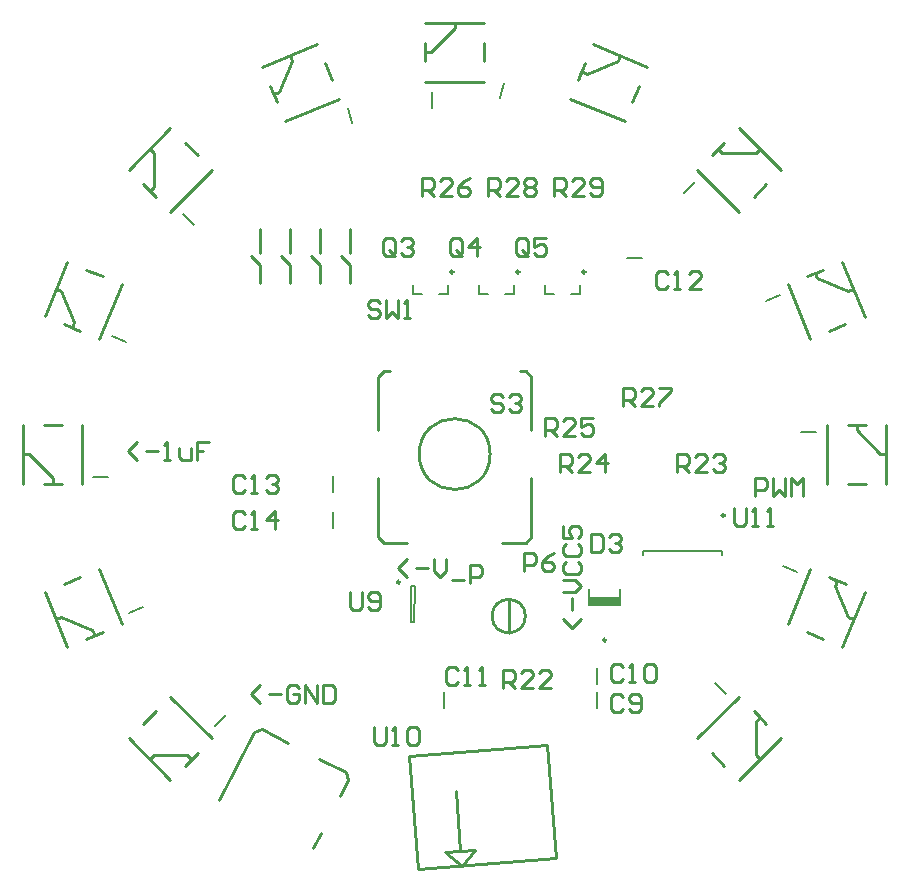
<source format=gto>
G04 Layer_Color=65535*
%FSAX44Y44*%
%MOMM*%
G71*
G01*
G75*
%ADD56C,0.2500*%
%ADD57C,0.2540*%
%ADD58C,0.2000*%
%ADD59R,2.6000X0.7778*%
D56*
X01117590Y01090900D02*
G03*
X01117590Y01090900I-00001250J00000000D01*
G01*
X01017250Y00985580D02*
G03*
X01017250Y00985580I-00001250J00000000D01*
G01*
X00887930Y01297240D02*
G03*
X00887930Y01297240I-00001250J00000000D01*
G01*
X00943810D02*
G03*
X00943810Y01297240I-00001250J00000000D01*
G01*
X00999690D02*
G03*
X00999690Y01297240I-00001250J00000000D01*
G01*
X00841484Y01033279D02*
G03*
X00841484Y01033279I00000000J00001250D01*
G01*
D57*
X00919000Y01143000D02*
G03*
X00919000Y01143000I-00030000J00000000D01*
G01*
X00948862Y01005840D02*
G03*
X00948862Y01005840I-00014142J00000000D01*
G01*
X00829000Y01213000D02*
X00834000D01*
X00824000Y01208000D02*
X00829000Y01213000D01*
X00824000Y01163000D02*
Y01208000D01*
Y01073000D02*
Y01123000D01*
Y01073000D02*
X00829000Y01068000D01*
X00849000D01*
X00929000D02*
X00949000D01*
X00954000Y01073000D01*
Y01123000D01*
Y01163000D02*
Y01208000D01*
X00949000Y01213000D02*
X00954000Y01208000D01*
X00944000Y01213000D02*
X00949000D01*
X00662471Y00888187D02*
X00666007Y00884651D01*
X00634187Y00888187D02*
X00662471Y00888187D01*
X00630652Y00884651D02*
X00634187Y00888187D01*
X00666007Y00884651D02*
X00671310Y00889955D01*
X00625348Y00914703D02*
X00635955Y00925310D01*
X00612974Y00902329D02*
X00648329Y00866974D01*
X00660703Y00879348D02*
X00671310Y00889955D01*
X00648329Y00937685D02*
X00683685Y00902329D01*
X00582202Y00994272D02*
X00584116Y00989653D01*
X00556071Y01005096D02*
X00582202Y00994272D01*
X00551451Y01003183D02*
X00556071Y01005096D01*
X00584116Y00989653D02*
X00591045Y00992523D01*
X00558052Y01032977D02*
X00571911Y01038717D01*
X00541884Y01026280D02*
X00561018Y00980086D01*
X00577187Y00986783D02*
X00591045Y00992523D01*
X00588078Y01045414D02*
X00607212Y00999220D01*
X00548640Y01118000D02*
Y01123000D01*
X00528640Y01143000D02*
X00548640Y01123000D01*
X00523640Y01143000D02*
X00528640D01*
X00548640Y01118000D02*
X00556140D01*
X00541140Y01168000D02*
X00556140D01*
X00523640Y01118000D02*
Y01168000D01*
X00541140Y01118000D02*
X00556140D01*
X00573640D02*
Y01168000D01*
X00564981Y01250153D02*
X00566894Y01254773D01*
X00556071Y01280904D02*
X00566894Y01254773D01*
X00551451Y01282817D02*
X00556071Y01280904D01*
X00564981Y01250153D02*
X00571911Y01247283D01*
X00577187Y01299217D02*
X00591045Y01293477D01*
X00541884Y01259720D02*
X00561018Y01305914D01*
X00558052Y01253023D02*
X00571911Y01247283D01*
X00588078Y01240586D02*
X00607212Y01286780D01*
X00630652Y01365993D02*
X00634187Y01369529D01*
X00634187Y01397813D01*
X00630652Y01401349D02*
X00634187Y01397813D01*
X00630652Y01365993D02*
X00635955Y01360690D01*
X00660703Y01406652D02*
X00671310Y01396046D01*
X00612974Y01383671D02*
X00648329Y01419026D01*
X00625348Y01371297D02*
X00635955Y01360690D01*
X00648329Y01348315D02*
X00683685Y01383671D01*
X00735653Y01447884D02*
X00740272Y01449798D01*
X00751096Y01475930D01*
X00749183Y01480549D02*
X00751096Y01475930D01*
X00735653Y01447884D02*
X00738523Y01440956D01*
X00778977Y01473948D02*
X00784717Y01460090D01*
X00726086Y01470982D02*
X00772280Y01490116D01*
X00732783Y01454813D02*
X00738523Y01440956D01*
X00745220Y01424788D02*
X00791414Y01443922D01*
X00864000Y01483360D02*
X00869000D01*
X00889000Y01503360D01*
Y01508360D01*
X00864000Y01475860D02*
Y01483360D01*
X00914000Y01475860D02*
Y01490860D01*
X00864000Y01508360D02*
X00914000D01*
X00864000Y01475860D02*
Y01490860D01*
Y01458360D02*
X00914000D01*
X00996153Y01467019D02*
X01000773Y01465105D01*
X01026904Y01475930D01*
X01028817Y01480549D01*
X00993283Y01460090D02*
X00996153Y01467019D01*
X01039477Y01440956D02*
X01045217Y01454813D01*
X01005720Y01490116D02*
X01051914Y01470982D01*
X00993283Y01460090D02*
X00999023Y01473948D01*
X00986586Y01443922D02*
X01032780Y01424788D01*
X01111993Y01401349D02*
X01115529Y01397813D01*
X01143813Y01397813D01*
X01147348Y01401349D01*
X01106690Y01396046D02*
X01111993Y01401349D01*
X01142046Y01360690D02*
X01152652Y01371297D01*
X01129671Y01419026D02*
X01165026Y01383671D01*
X01106690Y01396046D02*
X01117297Y01406652D01*
X01094315Y01383671D02*
X01129671Y01348315D01*
X01194087Y01296430D02*
X01195959Y01291794D01*
X01221995Y01280742D01*
X01226631Y01282615D01*
X01187132Y01293620D02*
X01194087Y01296430D01*
X01205863Y01247261D02*
X01219771Y01252880D01*
X01217266Y01305795D02*
X01235996Y01259436D01*
X01187132Y01293620D02*
X01201040Y01299240D01*
X01170907Y01287065D02*
X01189637Y01240705D01*
X01229360Y01163000D02*
Y01168000D01*
Y01163000D02*
X01249360Y01143000D01*
X01254360D01*
X01221860Y01168000D02*
X01229360D01*
X01221860Y01118000D02*
X01236860D01*
X01254360D02*
Y01168000D01*
X01221860D02*
X01236860D01*
X01204360Y01118000D02*
Y01168000D01*
X01211105Y01031227D02*
X01213019Y01035847D01*
X01211105Y01031227D02*
X01221929Y01005096D01*
X01226549Y01003183D01*
X01206089Y01038717D02*
X01213019Y01035847D01*
X01186956Y00992523D02*
X01200813Y00986783D01*
X01216982Y00980086D02*
X01236116Y01026280D01*
X01206089Y01038717D02*
X01219948Y01032977D01*
X01170788Y00999220D02*
X01189922Y01045414D01*
X01143813Y00916471D02*
X01147348Y00920007D01*
X01143813Y00888187D02*
X01143813Y00916471D01*
X01143813Y00888187D02*
X01147348Y00884651D01*
X01142046Y00925310D02*
X01147348Y00920007D01*
X01106690Y00889955D02*
X01117297Y00879348D01*
X01129671Y00866974D02*
X01165026Y00902329D01*
X01142046Y00925310D02*
X01152652Y00914703D01*
X01094315Y00902329D02*
X01129671Y00937685D01*
X00723900Y01287780D02*
Y01303020D01*
X00716280Y01310640D02*
X00723900Y01303020D01*
Y01313180D02*
Y01333500D01*
X00749300Y01313180D02*
Y01333500D01*
X00741680Y01310640D02*
X00749300Y01303020D01*
Y01287780D02*
Y01303020D01*
X00774700Y01313180D02*
Y01333500D01*
X00767080Y01310640D02*
X00774700Y01303020D01*
Y01287780D02*
Y01303020D01*
X00800100Y01313180D02*
Y01333500D01*
X00792480Y01310640D02*
X00800100Y01303020D01*
Y01287780D02*
Y01303020D01*
X00966969Y00896899D02*
X00974542Y00800676D01*
X00850490Y00887731D02*
X00858062Y00791509D01*
X00894779Y00794399D02*
X00906443Y00808056D01*
X00881121Y00806063D02*
X00906443Y00808056D01*
X00881121Y00806063D02*
X00894779Y00794399D01*
X00889797Y00857703D02*
X00893782Y00807060D01*
X00858062Y00791509D02*
X00974542Y00800676D01*
X00850490Y00887731D02*
X00966969Y00896899D01*
X00769418Y00809186D02*
X00776228Y00822551D01*
X00792117Y00853736D02*
X00798927Y00867101D01*
X00796742Y00873826D02*
X00798927Y00867101D01*
X00774467Y00885176D02*
X00796742Y00873826D01*
X00725462Y00910145D02*
X00747737Y00898795D01*
X00718737Y00907960D02*
X00725462Y00910145D01*
X00689227Y00850044D02*
X00718737Y00907960D01*
X00934720Y00991840D02*
Y01019840D01*
X00619757Y01137920D02*
X00612140Y01145537D01*
X00619757Y01153155D01*
X00627375Y01145537D02*
X00637532D01*
X00642610Y01137920D02*
X00647689D01*
X00645149D01*
Y01153155D01*
X00642610Y01150616D01*
X00655306Y01148077D02*
Y01140459D01*
X00657845Y01137920D01*
X00665463D01*
Y01148077D01*
X00680698Y01153155D02*
X00670541D01*
Y01145537D01*
X00675620D01*
X00670541D01*
Y01137920D01*
X01143000Y01107440D02*
Y01122675D01*
X01150618D01*
X01153157Y01120136D01*
Y01115058D01*
X01150618Y01112518D01*
X01143000D01*
X01158235Y01122675D02*
Y01107440D01*
X01163313Y01112518D01*
X01168392Y01107440D01*
Y01122675D01*
X01173470Y01107440D02*
Y01122675D01*
X01178549Y01117597D01*
X01183627Y01122675D01*
Y01107440D01*
X00723897Y00932180D02*
X00716280Y00939798D01*
X00723897Y00947415D01*
X00731515Y00939798D02*
X00741672D01*
X00756907Y00944876D02*
X00754368Y00947415D01*
X00749289D01*
X00746750Y00944876D01*
Y00934719D01*
X00749289Y00932180D01*
X00754368D01*
X00756907Y00934719D01*
Y00939798D01*
X00751829D01*
X00761985Y00932180D02*
Y00947415D01*
X00772142Y00932180D01*
Y00947415D01*
X00777220D02*
Y00932180D01*
X00784838D01*
X00787377Y00934719D01*
Y00944876D01*
X00784838Y00947415D01*
X00777220D01*
X00995680Y01003298D02*
X00988063Y00995680D01*
X00980445Y01003298D01*
X00988063Y01010915D02*
Y01021072D01*
X00980445Y01026150D02*
X00990602D01*
X00995680Y01031228D01*
X00990602Y01036307D01*
X00980445D01*
X00982984Y01051542D02*
X00980445Y01049003D01*
Y01043924D01*
X00982984Y01041385D01*
X00993141D01*
X00995680Y01043924D01*
Y01049003D01*
X00993141Y01051542D01*
X00982984Y01066777D02*
X00980445Y01064238D01*
Y01059159D01*
X00982984Y01056620D01*
X00993141D01*
X00995680Y01059159D01*
Y01064238D01*
X00993141Y01066777D01*
X00980445Y01082012D02*
Y01071855D01*
X00988063D01*
X00985523Y01076934D01*
Y01079473D01*
X00988063Y01082012D01*
X00993141D01*
X00995680Y01079473D01*
Y01074395D01*
X00993141Y01071855D01*
X00848357Y01038860D02*
X00840740Y01046478D01*
X00848357Y01054095D01*
X00855975Y01046478D02*
X00866132D01*
X00871210Y01054095D02*
Y01043938D01*
X00876289Y01038860D01*
X00881367Y01043938D01*
Y01054095D01*
X00886445Y01036321D02*
X00896602D01*
X00901680Y01033782D02*
Y01049017D01*
X00909298D01*
X00911837Y01046478D01*
Y01041399D01*
X00909298Y01038860D01*
X00901680D01*
X01125220Y01097275D02*
Y01084579D01*
X01127759Y01082040D01*
X01132838D01*
X01135377Y01084579D01*
Y01097275D01*
X01140455Y01082040D02*
X01145533D01*
X01142994D01*
Y01097275D01*
X01140455Y01094736D01*
X01153151Y01082040D02*
X01158229D01*
X01155690D01*
Y01097275D01*
X01153151Y01094736D01*
X00820420Y00911855D02*
Y00899159D01*
X00822959Y00896620D01*
X00828037D01*
X00830577Y00899159D01*
Y00911855D01*
X00835655Y00896620D02*
X00840733D01*
X00838194D01*
Y00911855D01*
X00835655Y00909316D01*
X00848351D02*
X00850890Y00911855D01*
X00855968D01*
X00858508Y00909316D01*
Y00899159D01*
X00855968Y00896620D01*
X00850890D01*
X00848351Y00899159D01*
Y00909316D01*
X00800100Y01026155D02*
Y01013459D01*
X00802639Y01010920D01*
X00807718D01*
X00810257Y01013459D01*
Y01026155D01*
X00815335Y01013459D02*
X00817874Y01010920D01*
X00822953D01*
X00825492Y01013459D01*
Y01023616D01*
X00822953Y01026155D01*
X00817874D01*
X00815335Y01023616D01*
Y01021077D01*
X00817874Y01018538D01*
X00825492D01*
X00825497Y01271266D02*
X00822958Y01273805D01*
X00817879D01*
X00815340Y01271266D01*
Y01268727D01*
X00817879Y01266188D01*
X00822958D01*
X00825497Y01263648D01*
Y01261109D01*
X00822958Y01258570D01*
X00817879D01*
X00815340Y01261109D01*
X00830575Y01273805D02*
Y01258570D01*
X00835653Y01263648D01*
X00840732Y01258570D01*
Y01273805D01*
X00845810Y01258570D02*
X00850889D01*
X00848349D01*
Y01273805D01*
X00845810Y01271266D01*
X00929637Y01191256D02*
X00927097Y01193795D01*
X00922019D01*
X00919480Y01191256D01*
Y01188717D01*
X00922019Y01186178D01*
X00927097D01*
X00929637Y01183638D01*
Y01181099D01*
X00927097Y01178560D01*
X00922019D01*
X00919480Y01181099D01*
X00934715Y01191256D02*
X00937254Y01193795D01*
X00942333D01*
X00944872Y01191256D01*
Y01188717D01*
X00942333Y01186178D01*
X00939793D01*
X00942333D01*
X00944872Y01183638D01*
Y01181099D01*
X00942333Y01178560D01*
X00937254D01*
X00934715Y01181099D01*
X00972820Y01361440D02*
Y01376675D01*
X00980437D01*
X00982977Y01374136D01*
Y01369057D01*
X00980437Y01366518D01*
X00972820D01*
X00977898D02*
X00982977Y01361440D01*
X00998212D02*
X00988055D01*
X00998212Y01371597D01*
Y01374136D01*
X00995673Y01376675D01*
X00990594D01*
X00988055Y01374136D01*
X01003290Y01363979D02*
X01005829Y01361440D01*
X01010908D01*
X01013447Y01363979D01*
Y01374136D01*
X01010908Y01376675D01*
X01005829D01*
X01003290Y01374136D01*
Y01371597D01*
X01005829Y01369057D01*
X01013447D01*
X00916940Y01361440D02*
Y01376675D01*
X00924557D01*
X00927097Y01374136D01*
Y01369057D01*
X00924557Y01366518D01*
X00916940D01*
X00922018D02*
X00927097Y01361440D01*
X00942332D02*
X00932175D01*
X00942332Y01371597D01*
Y01374136D01*
X00939793Y01376675D01*
X00934714D01*
X00932175Y01374136D01*
X00947410D02*
X00949949Y01376675D01*
X00955028D01*
X00957567Y01374136D01*
Y01371597D01*
X00955028Y01369057D01*
X00957567Y01366518D01*
Y01363979D01*
X00955028Y01361440D01*
X00949949D01*
X00947410Y01363979D01*
Y01366518D01*
X00949949Y01369057D01*
X00947410Y01371597D01*
Y01374136D01*
X00949949Y01369057D02*
X00955028D01*
X01031240Y01183640D02*
Y01198875D01*
X01038857D01*
X01041397Y01196336D01*
Y01191257D01*
X01038857Y01188718D01*
X01031240D01*
X01036318D02*
X01041397Y01183640D01*
X01056632D02*
X01046475D01*
X01056632Y01193797D01*
Y01196336D01*
X01054093Y01198875D01*
X01049014D01*
X01046475Y01196336D01*
X01061710Y01198875D02*
X01071867D01*
Y01196336D01*
X01061710Y01186179D01*
Y01183640D01*
X00861060Y01361440D02*
Y01376675D01*
X00868678D01*
X00871217Y01374136D01*
Y01369057D01*
X00868678Y01366518D01*
X00861060D01*
X00866138D02*
X00871217Y01361440D01*
X00886452D02*
X00876295D01*
X00886452Y01371597D01*
Y01374136D01*
X00883913Y01376675D01*
X00878834D01*
X00876295Y01374136D01*
X00901687Y01376675D02*
X00896609Y01374136D01*
X00891530Y01369057D01*
Y01363979D01*
X00894069Y01361440D01*
X00899148D01*
X00901687Y01363979D01*
Y01366518D01*
X00899148Y01369057D01*
X00891530D01*
X00965200Y01158240D02*
Y01173475D01*
X00972818D01*
X00975357Y01170936D01*
Y01165857D01*
X00972818Y01163318D01*
X00965200D01*
X00970278D02*
X00975357Y01158240D01*
X00990592D02*
X00980435D01*
X00990592Y01168397D01*
Y01170936D01*
X00988053Y01173475D01*
X00982974D01*
X00980435Y01170936D01*
X01005827Y01173475D02*
X00995670D01*
Y01165857D01*
X01000749Y01168397D01*
X01003288D01*
X01005827Y01165857D01*
Y01160779D01*
X01003288Y01158240D01*
X00998209D01*
X00995670Y01160779D01*
X00977900Y01127760D02*
Y01142995D01*
X00985518D01*
X00988057Y01140456D01*
Y01135378D01*
X00985518Y01132838D01*
X00977900D01*
X00982978D02*
X00988057Y01127760D01*
X01003292D02*
X00993135D01*
X01003292Y01137917D01*
Y01140456D01*
X01000753Y01142995D01*
X00995674D01*
X00993135Y01140456D01*
X01015988Y01127760D02*
Y01142995D01*
X01008370Y01135378D01*
X01018527D01*
X01076960Y01127760D02*
Y01142995D01*
X01084577D01*
X01087117Y01140456D01*
Y01135378D01*
X01084577Y01132838D01*
X01076960D01*
X01082038D02*
X01087117Y01127760D01*
X01102352D02*
X01092195D01*
X01102352Y01137917D01*
Y01140456D01*
X01099813Y01142995D01*
X01094734D01*
X01092195Y01140456D01*
X01107430D02*
X01109969Y01142995D01*
X01115048D01*
X01117587Y01140456D01*
Y01137917D01*
X01115048Y01135378D01*
X01112508D01*
X01115048D01*
X01117587Y01132838D01*
Y01130299D01*
X01115048Y01127760D01*
X01109969D01*
X01107430Y01130299D01*
X00929640Y00944880D02*
Y00960115D01*
X00937258D01*
X00939797Y00957576D01*
Y00952497D01*
X00937258Y00949958D01*
X00929640D01*
X00934718D02*
X00939797Y00944880D01*
X00955032D02*
X00944875D01*
X00955032Y00955037D01*
Y00957576D01*
X00952493Y00960115D01*
X00947414D01*
X00944875Y00957576D01*
X00970267Y00944880D02*
X00960110D01*
X00970267Y00955037D01*
Y00957576D01*
X00967728Y00960115D01*
X00962649D01*
X00960110Y00957576D01*
X00951227Y01313179D02*
Y01323336D01*
X00948688Y01325875D01*
X00943609D01*
X00941070Y01323336D01*
Y01313179D01*
X00943609Y01310640D01*
X00948688D01*
X00946148Y01315718D02*
X00951227Y01310640D01*
X00948688D02*
X00951227Y01313179D01*
X00966462Y01325875D02*
X00956305D01*
Y01318257D01*
X00961383Y01320797D01*
X00963923D01*
X00966462Y01318257D01*
Y01313179D01*
X00963923Y01310640D01*
X00958844D01*
X00956305Y01313179D01*
X00895347D02*
Y01323336D01*
X00892807Y01325875D01*
X00887729D01*
X00885190Y01323336D01*
Y01313179D01*
X00887729Y01310640D01*
X00892807D01*
X00890268Y01315718D02*
X00895347Y01310640D01*
X00892807D02*
X00895347Y01313179D01*
X00908043Y01310640D02*
Y01325875D01*
X00900425Y01318257D01*
X00910582D01*
X00838197Y01313179D02*
Y01323336D01*
X00835658Y01325875D01*
X00830579D01*
X00828040Y01323336D01*
Y01313179D01*
X00830579Y01310640D01*
X00835658D01*
X00833118Y01315718D02*
X00838197Y01310640D01*
X00835658D02*
X00838197Y01313179D01*
X00843275Y01323336D02*
X00845814Y01325875D01*
X00850893D01*
X00853432Y01323336D01*
Y01320797D01*
X00850893Y01318257D01*
X00848353D01*
X00850893D01*
X00853432Y01315718D01*
Y01313179D01*
X00850893Y01310640D01*
X00845814D01*
X00843275Y01313179D01*
X00947420Y01043940D02*
Y01059175D01*
X00955038D01*
X00957577Y01056636D01*
Y01051557D01*
X00955038Y01049018D01*
X00947420D01*
X00972812Y01059175D02*
X00967733Y01056636D01*
X00962655Y01051557D01*
Y01046479D01*
X00965194Y01043940D01*
X00970273D01*
X00972812Y01046479D01*
Y01049018D01*
X00970273Y01051557D01*
X00962655D01*
X01004189Y01075304D02*
Y01060069D01*
X01011806D01*
X01014346Y01062608D01*
Y01072765D01*
X01011806Y01075304D01*
X01004189D01*
X01019424Y01072765D02*
X01021963Y01075304D01*
X01027042D01*
X01029581Y01072765D01*
Y01070226D01*
X01027042Y01067686D01*
X01024502D01*
X01027042D01*
X01029581Y01065147D01*
Y01062608D01*
X01027042Y01060069D01*
X01021963D01*
X01019424Y01062608D01*
X00711197Y01092196D02*
X00708658Y01094735D01*
X00703579D01*
X00701040Y01092196D01*
Y01082039D01*
X00703579Y01079500D01*
X00708658D01*
X00711197Y01082039D01*
X00716275Y01079500D02*
X00721353D01*
X00718814D01*
Y01094735D01*
X00716275Y01092196D01*
X00736589Y01079500D02*
Y01094735D01*
X00728971Y01087117D01*
X00739128D01*
X00711197Y01122676D02*
X00708658Y01125215D01*
X00703579D01*
X00701040Y01122676D01*
Y01112519D01*
X00703579Y01109980D01*
X00708658D01*
X00711197Y01112519D01*
X00716275Y01109980D02*
X00721353D01*
X00718814D01*
Y01125215D01*
X00716275Y01122676D01*
X00728971D02*
X00731510Y01125215D01*
X00736589D01*
X00739128Y01122676D01*
Y01120137D01*
X00736589Y01117598D01*
X00734049D01*
X00736589D01*
X00739128Y01115058D01*
Y01112519D01*
X00736589Y01109980D01*
X00731510D01*
X00728971Y01112519D01*
X01069337Y01295396D02*
X01066797Y01297935D01*
X01061719D01*
X01059180Y01295396D01*
Y01285239D01*
X01061719Y01282700D01*
X01066797D01*
X01069337Y01285239D01*
X01074415Y01282700D02*
X01079493D01*
X01076954D01*
Y01297935D01*
X01074415Y01295396D01*
X01097268Y01282700D02*
X01087111D01*
X01097268Y01292857D01*
Y01295396D01*
X01094728Y01297935D01*
X01089650D01*
X01087111Y01295396D01*
X00891537Y00960116D02*
X00888997Y00962655D01*
X00883919D01*
X00881380Y00960116D01*
Y00949959D01*
X00883919Y00947420D01*
X00888997D01*
X00891537Y00949959D01*
X00896615Y00947420D02*
X00901693D01*
X00899154D01*
Y00962655D01*
X00896615Y00960116D01*
X00909311Y00947420D02*
X00914389D01*
X00911850D01*
Y00962655D01*
X00909311Y00960116D01*
X01031237Y00962656D02*
X01028698Y00965195D01*
X01023619D01*
X01021080Y00962656D01*
Y00952499D01*
X01023619Y00949960D01*
X01028698D01*
X01031237Y00952499D01*
X01036315Y00949960D02*
X01041393D01*
X01038854D01*
Y00965195D01*
X01036315Y00962656D01*
X01049011D02*
X01051550Y00965195D01*
X01056628D01*
X01059168Y00962656D01*
Y00952499D01*
X01056628Y00949960D01*
X01051550D01*
X01049011Y00952499D01*
Y00962656D01*
X01031237Y00937256D02*
X01028698Y00939795D01*
X01023619D01*
X01021080Y00937256D01*
Y00927099D01*
X01023619Y00924560D01*
X01028698D01*
X01031237Y00927099D01*
X01036315D02*
X01038854Y00924560D01*
X01043933D01*
X01046472Y00927099D01*
Y00937256D01*
X01043933Y00939795D01*
X01038854D01*
X01036315Y00937256D01*
Y00934717D01*
X01038854Y00932178D01*
X01046472D01*
D58*
X01048540Y01057900D02*
Y01060900D01*
X01115540D01*
Y01057900D02*
Y01060900D01*
X01029000Y01015080D02*
Y01028430D01*
X01003000Y01015080D02*
X01029000D01*
X01003000D02*
Y01028430D01*
X01109773Y00949097D02*
X01118966Y00939905D01*
X01182220Y01162000D02*
X01195220D01*
X01152629Y01272764D02*
X01164639Y01277739D01*
X01082903Y01363773D02*
X01092095Y01372965D01*
X00927427Y01444645D02*
X00930463Y01457286D01*
X00870000Y01436220D02*
X00870000Y01449220D01*
X00799039Y01436324D02*
X00802074Y01423683D01*
X00659035Y01346095D02*
X00668227Y01336903D01*
X00598819Y01242632D02*
X00610829Y01237657D01*
X00582780Y01124000D02*
X00595780D01*
X00613361Y01008261D02*
X00625371Y01013236D01*
X00685905Y00913035D02*
X00695097Y00922227D01*
X01167171Y01048343D02*
X01179181Y01043369D01*
X00853680Y01278240D02*
X00861680D01*
X00853680D02*
Y01286240D01*
X00875680Y01278240D02*
X00883680D01*
Y01286240D01*
X00909560Y01278240D02*
X00917560D01*
X00909560D02*
Y01286240D01*
X00931560Y01278240D02*
X00939560D01*
Y01286240D01*
X00965440Y01278240D02*
X00973440D01*
X00965440D02*
Y01286240D01*
X00987440Y01278240D02*
X00995440D01*
Y01286240D01*
X01034900Y01309320D02*
X01047900D01*
X00854903Y01000496D02*
X00854977Y01031497D01*
X00851903Y01000503D02*
X00851977Y01031504D01*
X00851903Y01000503D02*
X00854903Y01000496D01*
X00851977Y01031504D02*
X00854977Y01031497D01*
X00786080Y01080620D02*
Y01093620D01*
Y01111100D02*
Y01124100D01*
X01009600Y00948540D02*
Y00961540D01*
Y00928220D02*
Y00941220D01*
X00880160Y00928220D02*
Y00941220D01*
D59*
X01016000Y01018972D02*
D03*
M02*

</source>
